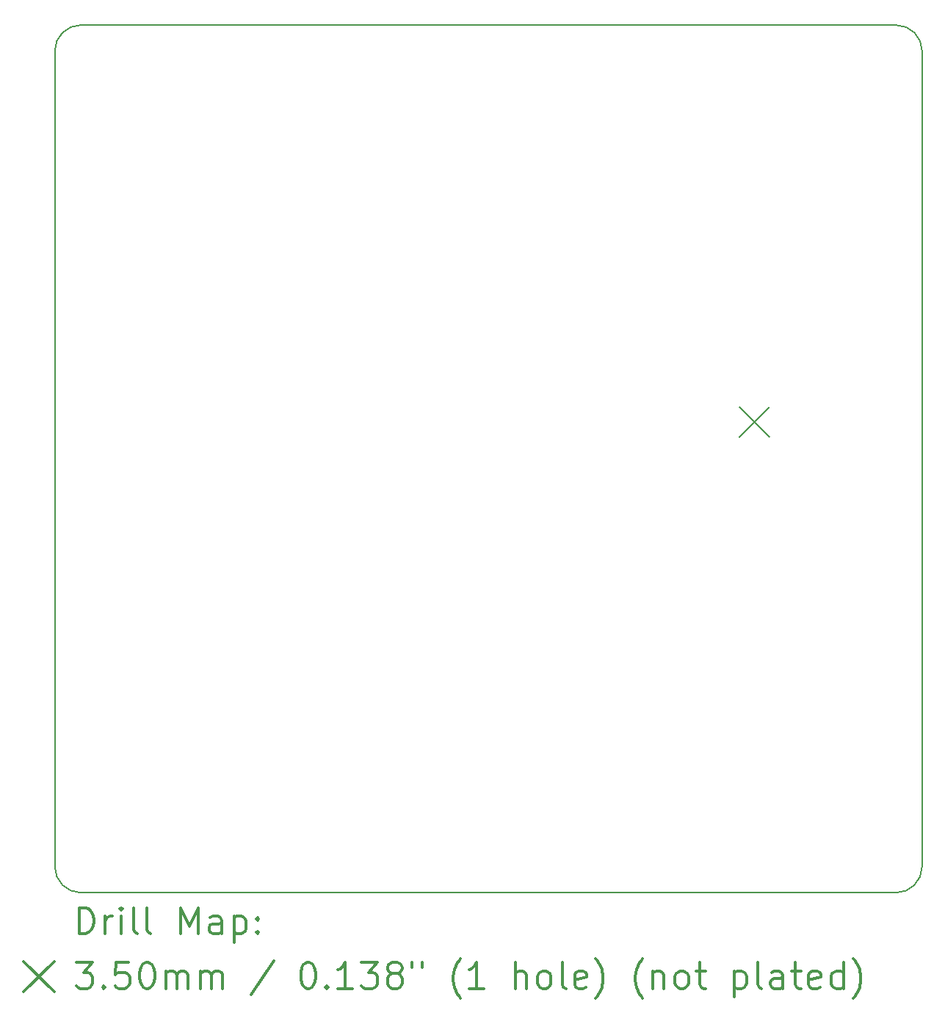
<source format=gbr>
%FSLAX45Y45*%
G04 Gerber Fmt 4.5, Leading zero omitted, Abs format (unit mm)*
G04 Created by KiCad (PCBNEW (5.1.0)-1) date 2019-05-16 09:59:26*
%MOMM*%
%LPD*%
G04 APERTURE LIST*
%ADD10C,0.150000*%
%ADD11C,0.200000*%
%ADD12C,0.300000*%
G04 APERTURE END LIST*
D10*
X6400000Y-18300000D02*
G75*
G02X6100000Y-18000000I0J300000D01*
G01*
X6100000Y-8600000D02*
X6100000Y-18000000D01*
X15800000Y-18300000D02*
X6400000Y-18300000D01*
X16100000Y-18000000D02*
G75*
G02X15800000Y-18300000I-300000J0D01*
G01*
X16100000Y-8600000D02*
X16100000Y-18000000D01*
X15800000Y-8300000D02*
G75*
G02X16100000Y-8600000I0J-300000D01*
G01*
X6100000Y-8600000D02*
G75*
G02X6400000Y-8300000I300000J0D01*
G01*
D11*
X6400000Y-8300000D02*
X15800000Y-8300000D01*
D11*
X13992300Y-12697880D02*
X14342300Y-13047880D01*
X14342300Y-12697880D02*
X13992300Y-13047880D01*
D12*
X6378928Y-18773214D02*
X6378928Y-18473214D01*
X6450357Y-18473214D01*
X6493214Y-18487500D01*
X6521786Y-18516072D01*
X6536071Y-18544643D01*
X6550357Y-18601786D01*
X6550357Y-18644643D01*
X6536071Y-18701786D01*
X6521786Y-18730357D01*
X6493214Y-18758929D01*
X6450357Y-18773214D01*
X6378928Y-18773214D01*
X6678928Y-18773214D02*
X6678928Y-18573214D01*
X6678928Y-18630357D02*
X6693214Y-18601786D01*
X6707500Y-18587500D01*
X6736071Y-18573214D01*
X6764643Y-18573214D01*
X6864643Y-18773214D02*
X6864643Y-18573214D01*
X6864643Y-18473214D02*
X6850357Y-18487500D01*
X6864643Y-18501786D01*
X6878928Y-18487500D01*
X6864643Y-18473214D01*
X6864643Y-18501786D01*
X7050357Y-18773214D02*
X7021786Y-18758929D01*
X7007500Y-18730357D01*
X7007500Y-18473214D01*
X7207500Y-18773214D02*
X7178928Y-18758929D01*
X7164643Y-18730357D01*
X7164643Y-18473214D01*
X7550357Y-18773214D02*
X7550357Y-18473214D01*
X7650357Y-18687500D01*
X7750357Y-18473214D01*
X7750357Y-18773214D01*
X8021786Y-18773214D02*
X8021786Y-18616072D01*
X8007500Y-18587500D01*
X7978928Y-18573214D01*
X7921786Y-18573214D01*
X7893214Y-18587500D01*
X8021786Y-18758929D02*
X7993214Y-18773214D01*
X7921786Y-18773214D01*
X7893214Y-18758929D01*
X7878928Y-18730357D01*
X7878928Y-18701786D01*
X7893214Y-18673214D01*
X7921786Y-18658929D01*
X7993214Y-18658929D01*
X8021786Y-18644643D01*
X8164643Y-18573214D02*
X8164643Y-18873214D01*
X8164643Y-18587500D02*
X8193214Y-18573214D01*
X8250357Y-18573214D01*
X8278928Y-18587500D01*
X8293214Y-18601786D01*
X8307500Y-18630357D01*
X8307500Y-18716072D01*
X8293214Y-18744643D01*
X8278928Y-18758929D01*
X8250357Y-18773214D01*
X8193214Y-18773214D01*
X8164643Y-18758929D01*
X8436071Y-18744643D02*
X8450357Y-18758929D01*
X8436071Y-18773214D01*
X8421786Y-18758929D01*
X8436071Y-18744643D01*
X8436071Y-18773214D01*
X8436071Y-18587500D02*
X8450357Y-18601786D01*
X8436071Y-18616072D01*
X8421786Y-18601786D01*
X8436071Y-18587500D01*
X8436071Y-18616072D01*
X5742500Y-19092500D02*
X6092500Y-19442500D01*
X6092500Y-19092500D02*
X5742500Y-19442500D01*
X6350357Y-19103214D02*
X6536071Y-19103214D01*
X6436071Y-19217500D01*
X6478928Y-19217500D01*
X6507500Y-19231786D01*
X6521786Y-19246072D01*
X6536071Y-19274643D01*
X6536071Y-19346072D01*
X6521786Y-19374643D01*
X6507500Y-19388929D01*
X6478928Y-19403214D01*
X6393214Y-19403214D01*
X6364643Y-19388929D01*
X6350357Y-19374643D01*
X6664643Y-19374643D02*
X6678928Y-19388929D01*
X6664643Y-19403214D01*
X6650357Y-19388929D01*
X6664643Y-19374643D01*
X6664643Y-19403214D01*
X6950357Y-19103214D02*
X6807500Y-19103214D01*
X6793214Y-19246072D01*
X6807500Y-19231786D01*
X6836071Y-19217500D01*
X6907500Y-19217500D01*
X6936071Y-19231786D01*
X6950357Y-19246072D01*
X6964643Y-19274643D01*
X6964643Y-19346072D01*
X6950357Y-19374643D01*
X6936071Y-19388929D01*
X6907500Y-19403214D01*
X6836071Y-19403214D01*
X6807500Y-19388929D01*
X6793214Y-19374643D01*
X7150357Y-19103214D02*
X7178928Y-19103214D01*
X7207500Y-19117500D01*
X7221786Y-19131786D01*
X7236071Y-19160357D01*
X7250357Y-19217500D01*
X7250357Y-19288929D01*
X7236071Y-19346072D01*
X7221786Y-19374643D01*
X7207500Y-19388929D01*
X7178928Y-19403214D01*
X7150357Y-19403214D01*
X7121786Y-19388929D01*
X7107500Y-19374643D01*
X7093214Y-19346072D01*
X7078928Y-19288929D01*
X7078928Y-19217500D01*
X7093214Y-19160357D01*
X7107500Y-19131786D01*
X7121786Y-19117500D01*
X7150357Y-19103214D01*
X7378928Y-19403214D02*
X7378928Y-19203214D01*
X7378928Y-19231786D02*
X7393214Y-19217500D01*
X7421786Y-19203214D01*
X7464643Y-19203214D01*
X7493214Y-19217500D01*
X7507500Y-19246072D01*
X7507500Y-19403214D01*
X7507500Y-19246072D02*
X7521786Y-19217500D01*
X7550357Y-19203214D01*
X7593214Y-19203214D01*
X7621786Y-19217500D01*
X7636071Y-19246072D01*
X7636071Y-19403214D01*
X7778928Y-19403214D02*
X7778928Y-19203214D01*
X7778928Y-19231786D02*
X7793214Y-19217500D01*
X7821786Y-19203214D01*
X7864643Y-19203214D01*
X7893214Y-19217500D01*
X7907500Y-19246072D01*
X7907500Y-19403214D01*
X7907500Y-19246072D02*
X7921786Y-19217500D01*
X7950357Y-19203214D01*
X7993214Y-19203214D01*
X8021786Y-19217500D01*
X8036071Y-19246072D01*
X8036071Y-19403214D01*
X8621786Y-19088929D02*
X8364643Y-19474643D01*
X9007500Y-19103214D02*
X9036071Y-19103214D01*
X9064643Y-19117500D01*
X9078928Y-19131786D01*
X9093214Y-19160357D01*
X9107500Y-19217500D01*
X9107500Y-19288929D01*
X9093214Y-19346072D01*
X9078928Y-19374643D01*
X9064643Y-19388929D01*
X9036071Y-19403214D01*
X9007500Y-19403214D01*
X8978928Y-19388929D01*
X8964643Y-19374643D01*
X8950357Y-19346072D01*
X8936071Y-19288929D01*
X8936071Y-19217500D01*
X8950357Y-19160357D01*
X8964643Y-19131786D01*
X8978928Y-19117500D01*
X9007500Y-19103214D01*
X9236071Y-19374643D02*
X9250357Y-19388929D01*
X9236071Y-19403214D01*
X9221786Y-19388929D01*
X9236071Y-19374643D01*
X9236071Y-19403214D01*
X9536071Y-19403214D02*
X9364643Y-19403214D01*
X9450357Y-19403214D02*
X9450357Y-19103214D01*
X9421786Y-19146072D01*
X9393214Y-19174643D01*
X9364643Y-19188929D01*
X9636071Y-19103214D02*
X9821786Y-19103214D01*
X9721786Y-19217500D01*
X9764643Y-19217500D01*
X9793214Y-19231786D01*
X9807500Y-19246072D01*
X9821786Y-19274643D01*
X9821786Y-19346072D01*
X9807500Y-19374643D01*
X9793214Y-19388929D01*
X9764643Y-19403214D01*
X9678928Y-19403214D01*
X9650357Y-19388929D01*
X9636071Y-19374643D01*
X9993214Y-19231786D02*
X9964643Y-19217500D01*
X9950357Y-19203214D01*
X9936071Y-19174643D01*
X9936071Y-19160357D01*
X9950357Y-19131786D01*
X9964643Y-19117500D01*
X9993214Y-19103214D01*
X10050357Y-19103214D01*
X10078928Y-19117500D01*
X10093214Y-19131786D01*
X10107500Y-19160357D01*
X10107500Y-19174643D01*
X10093214Y-19203214D01*
X10078928Y-19217500D01*
X10050357Y-19231786D01*
X9993214Y-19231786D01*
X9964643Y-19246072D01*
X9950357Y-19260357D01*
X9936071Y-19288929D01*
X9936071Y-19346072D01*
X9950357Y-19374643D01*
X9964643Y-19388929D01*
X9993214Y-19403214D01*
X10050357Y-19403214D01*
X10078928Y-19388929D01*
X10093214Y-19374643D01*
X10107500Y-19346072D01*
X10107500Y-19288929D01*
X10093214Y-19260357D01*
X10078928Y-19246072D01*
X10050357Y-19231786D01*
X10221786Y-19103214D02*
X10221786Y-19160357D01*
X10336071Y-19103214D02*
X10336071Y-19160357D01*
X10778928Y-19517500D02*
X10764643Y-19503214D01*
X10736071Y-19460357D01*
X10721786Y-19431786D01*
X10707500Y-19388929D01*
X10693214Y-19317500D01*
X10693214Y-19260357D01*
X10707500Y-19188929D01*
X10721786Y-19146072D01*
X10736071Y-19117500D01*
X10764643Y-19074643D01*
X10778928Y-19060357D01*
X11050357Y-19403214D02*
X10878928Y-19403214D01*
X10964643Y-19403214D02*
X10964643Y-19103214D01*
X10936071Y-19146072D01*
X10907500Y-19174643D01*
X10878928Y-19188929D01*
X11407500Y-19403214D02*
X11407500Y-19103214D01*
X11536071Y-19403214D02*
X11536071Y-19246072D01*
X11521786Y-19217500D01*
X11493214Y-19203214D01*
X11450357Y-19203214D01*
X11421786Y-19217500D01*
X11407500Y-19231786D01*
X11721786Y-19403214D02*
X11693214Y-19388929D01*
X11678928Y-19374643D01*
X11664643Y-19346072D01*
X11664643Y-19260357D01*
X11678928Y-19231786D01*
X11693214Y-19217500D01*
X11721786Y-19203214D01*
X11764643Y-19203214D01*
X11793214Y-19217500D01*
X11807500Y-19231786D01*
X11821786Y-19260357D01*
X11821786Y-19346072D01*
X11807500Y-19374643D01*
X11793214Y-19388929D01*
X11764643Y-19403214D01*
X11721786Y-19403214D01*
X11993214Y-19403214D02*
X11964643Y-19388929D01*
X11950357Y-19360357D01*
X11950357Y-19103214D01*
X12221786Y-19388929D02*
X12193214Y-19403214D01*
X12136071Y-19403214D01*
X12107500Y-19388929D01*
X12093214Y-19360357D01*
X12093214Y-19246072D01*
X12107500Y-19217500D01*
X12136071Y-19203214D01*
X12193214Y-19203214D01*
X12221786Y-19217500D01*
X12236071Y-19246072D01*
X12236071Y-19274643D01*
X12093214Y-19303214D01*
X12336071Y-19517500D02*
X12350357Y-19503214D01*
X12378928Y-19460357D01*
X12393214Y-19431786D01*
X12407500Y-19388929D01*
X12421786Y-19317500D01*
X12421786Y-19260357D01*
X12407500Y-19188929D01*
X12393214Y-19146072D01*
X12378928Y-19117500D01*
X12350357Y-19074643D01*
X12336071Y-19060357D01*
X12878928Y-19517500D02*
X12864643Y-19503214D01*
X12836071Y-19460357D01*
X12821786Y-19431786D01*
X12807500Y-19388929D01*
X12793214Y-19317500D01*
X12793214Y-19260357D01*
X12807500Y-19188929D01*
X12821786Y-19146072D01*
X12836071Y-19117500D01*
X12864643Y-19074643D01*
X12878928Y-19060357D01*
X12993214Y-19203214D02*
X12993214Y-19403214D01*
X12993214Y-19231786D02*
X13007500Y-19217500D01*
X13036071Y-19203214D01*
X13078928Y-19203214D01*
X13107500Y-19217500D01*
X13121786Y-19246072D01*
X13121786Y-19403214D01*
X13307500Y-19403214D02*
X13278928Y-19388929D01*
X13264643Y-19374643D01*
X13250357Y-19346072D01*
X13250357Y-19260357D01*
X13264643Y-19231786D01*
X13278928Y-19217500D01*
X13307500Y-19203214D01*
X13350357Y-19203214D01*
X13378928Y-19217500D01*
X13393214Y-19231786D01*
X13407500Y-19260357D01*
X13407500Y-19346072D01*
X13393214Y-19374643D01*
X13378928Y-19388929D01*
X13350357Y-19403214D01*
X13307500Y-19403214D01*
X13493214Y-19203214D02*
X13607500Y-19203214D01*
X13536071Y-19103214D02*
X13536071Y-19360357D01*
X13550357Y-19388929D01*
X13578928Y-19403214D01*
X13607500Y-19403214D01*
X13936071Y-19203214D02*
X13936071Y-19503214D01*
X13936071Y-19217500D02*
X13964643Y-19203214D01*
X14021786Y-19203214D01*
X14050357Y-19217500D01*
X14064643Y-19231786D01*
X14078928Y-19260357D01*
X14078928Y-19346072D01*
X14064643Y-19374643D01*
X14050357Y-19388929D01*
X14021786Y-19403214D01*
X13964643Y-19403214D01*
X13936071Y-19388929D01*
X14250357Y-19403214D02*
X14221786Y-19388929D01*
X14207500Y-19360357D01*
X14207500Y-19103214D01*
X14493214Y-19403214D02*
X14493214Y-19246072D01*
X14478928Y-19217500D01*
X14450357Y-19203214D01*
X14393214Y-19203214D01*
X14364643Y-19217500D01*
X14493214Y-19388929D02*
X14464643Y-19403214D01*
X14393214Y-19403214D01*
X14364643Y-19388929D01*
X14350357Y-19360357D01*
X14350357Y-19331786D01*
X14364643Y-19303214D01*
X14393214Y-19288929D01*
X14464643Y-19288929D01*
X14493214Y-19274643D01*
X14593214Y-19203214D02*
X14707500Y-19203214D01*
X14636071Y-19103214D02*
X14636071Y-19360357D01*
X14650357Y-19388929D01*
X14678928Y-19403214D01*
X14707500Y-19403214D01*
X14921786Y-19388929D02*
X14893214Y-19403214D01*
X14836071Y-19403214D01*
X14807500Y-19388929D01*
X14793214Y-19360357D01*
X14793214Y-19246072D01*
X14807500Y-19217500D01*
X14836071Y-19203214D01*
X14893214Y-19203214D01*
X14921786Y-19217500D01*
X14936071Y-19246072D01*
X14936071Y-19274643D01*
X14793214Y-19303214D01*
X15193214Y-19403214D02*
X15193214Y-19103214D01*
X15193214Y-19388929D02*
X15164643Y-19403214D01*
X15107500Y-19403214D01*
X15078928Y-19388929D01*
X15064643Y-19374643D01*
X15050357Y-19346072D01*
X15050357Y-19260357D01*
X15064643Y-19231786D01*
X15078928Y-19217500D01*
X15107500Y-19203214D01*
X15164643Y-19203214D01*
X15193214Y-19217500D01*
X15307500Y-19517500D02*
X15321786Y-19503214D01*
X15350357Y-19460357D01*
X15364643Y-19431786D01*
X15378928Y-19388929D01*
X15393214Y-19317500D01*
X15393214Y-19260357D01*
X15378928Y-19188929D01*
X15364643Y-19146072D01*
X15350357Y-19117500D01*
X15321786Y-19074643D01*
X15307500Y-19060357D01*
M02*

</source>
